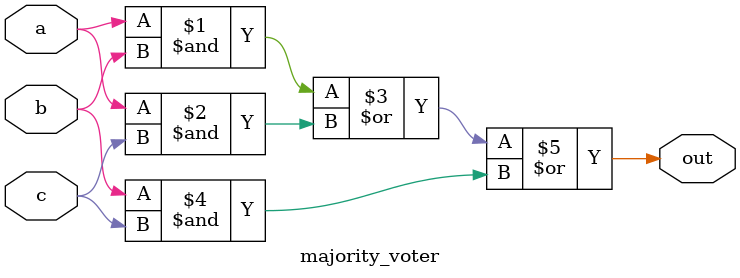
<source format=v>
module majority_voter(
  input a,
  input b,
  input c,
  output out);
  assign out=(a&b)|(a&c)|(b&c);
  endmodule
</source>
